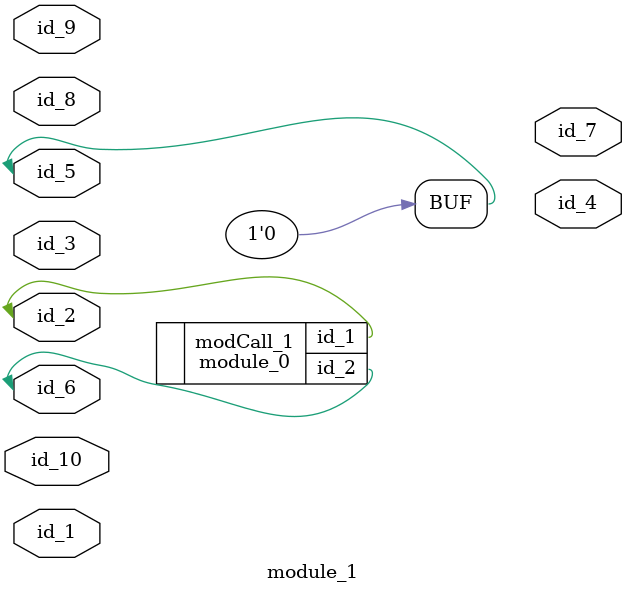
<source format=v>
module module_0 (
    id_1,
    id_2
);
  output wire id_2;
  inout wire id_1;
  wire id_3;
  wire id_4;
endmodule
module module_1 (
    id_1,
    id_2,
    id_3,
    id_4,
    id_5,
    id_6,
    id_7,
    id_8,
    id_9,
    id_10
);
  inout wire id_10;
  input wire id_9;
  input wire id_8;
  output wire id_7;
  inout wire id_6;
  inout wire id_5;
  output wire id_4;
  inout wire id_3;
  inout wire id_2;
  input wire id_1;
  assign id_5 = 1'd0;
  module_0 modCall_1 (
      id_2,
      id_6
  );
endmodule

</source>
